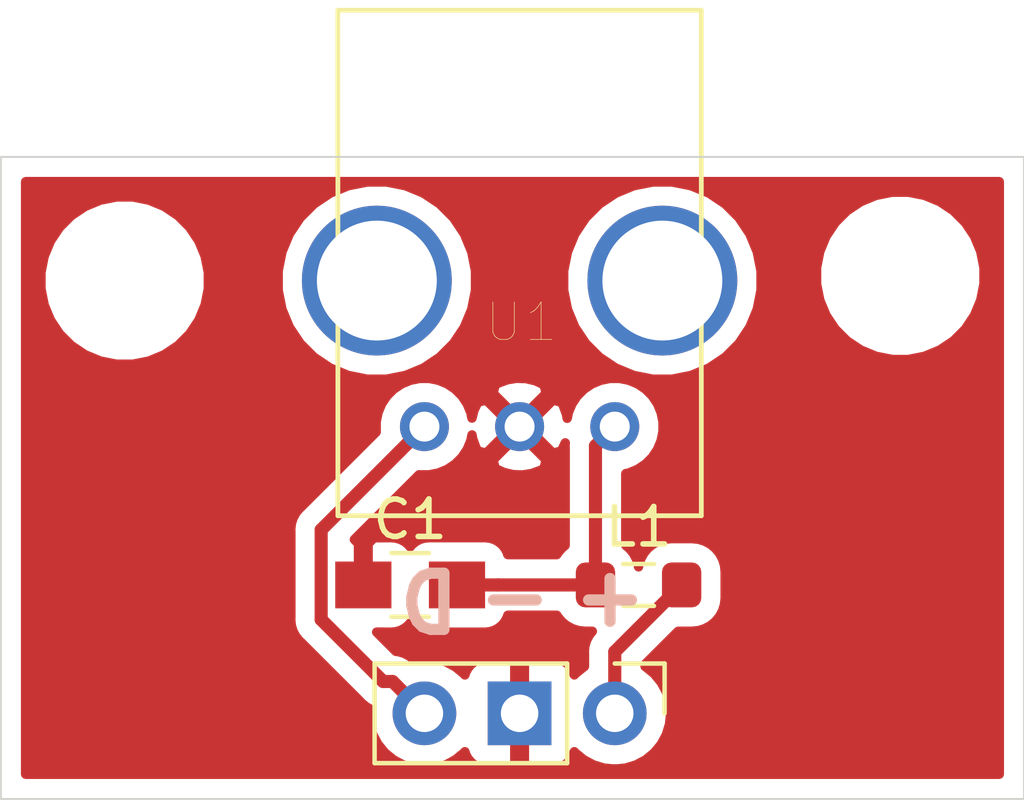
<source format=kicad_pcb>
(kicad_pcb (version 20171130) (host pcbnew "(5.1.4)-1")

  (general
    (thickness 1.6)
    (drawings 7)
    (tracks 12)
    (zones 0)
    (modules 6)
    (nets 5)
  )

  (page A4)
  (layers
    (0 F.Cu signal)
    (31 B.Cu signal)
    (32 B.Adhes user)
    (33 F.Adhes user)
    (34 B.Paste user)
    (35 F.Paste user)
    (36 B.SilkS user)
    (37 F.SilkS user)
    (38 B.Mask user)
    (39 F.Mask user)
    (40 Dwgs.User user)
    (41 Cmts.User user)
    (42 Eco1.User user)
    (43 Eco2.User user)
    (44 Edge.Cuts user)
    (45 Margin user)
    (46 B.CrtYd user)
    (47 F.CrtYd user)
    (48 B.Fab user)
    (49 F.Fab user hide)
  )

  (setup
    (last_trace_width 0.35)
    (trace_clearance 0.2)
    (zone_clearance 0.508)
    (zone_45_only no)
    (trace_min 0.2)
    (via_size 0.8)
    (via_drill 0.4)
    (via_min_size 0.4)
    (via_min_drill 0.3)
    (uvia_size 0.3)
    (uvia_drill 0.1)
    (uvias_allowed no)
    (uvia_min_size 0.2)
    (uvia_min_drill 0.1)
    (edge_width 0.05)
    (segment_width 0.2)
    (pcb_text_width 0.3)
    (pcb_text_size 1.5 1.5)
    (mod_edge_width 0.12)
    (mod_text_size 1 1)
    (mod_text_width 0.15)
    (pad_size 1.7 1.7)
    (pad_drill 1)
    (pad_to_mask_clearance 0.051)
    (solder_mask_min_width 0.25)
    (aux_axis_origin 0 0)
    (visible_elements 7FFFFFFF)
    (pcbplotparams
      (layerselection 0x010fc_ffffffff)
      (usegerberextensions false)
      (usegerberattributes false)
      (usegerberadvancedattributes false)
      (creategerberjobfile false)
      (excludeedgelayer true)
      (linewidth 0.100000)
      (plotframeref false)
      (viasonmask false)
      (mode 1)
      (useauxorigin false)
      (hpglpennumber 1)
      (hpglpenspeed 20)
      (hpglpendiameter 15.000000)
      (psnegative false)
      (psa4output false)
      (plotreference true)
      (plotvalue true)
      (plotinvisibletext false)
      (padsonsilk false)
      (subtractmaskfromsilk false)
      (outputformat 1)
      (mirror false)
      (drillshape 1)
      (scaleselection 1)
      (outputdirectory ""))
  )

  (net 0 "")
  (net 1 GND)
  (net 2 "Net-(C1-Pad2)")
  (net 3 +3V3)
  (net 4 data)

  (net_class Default "This is the default net class."
    (clearance 0.2)
    (trace_width 0.35)
    (via_dia 0.8)
    (via_drill 0.4)
    (uvia_dia 0.3)
    (uvia_drill 0.1)
    (add_net +3V3)
    (add_net GND)
    (add_net "Net-(C1-Pad2)")
    (add_net data)
  )

  (module INA1650IPWR:L_0805_2012Metric_Pad1.05x1.20mm_HandSolder (layer F.Cu) (tedit 5F68FEF0) (tstamp 5FC92BAC)
    (at 125.603 93.98)
    (descr "Inductor SMD 0805 (2012 Metric), square (rectangular) end terminal, IPC_7351 nominal with elongated pad for handsoldering. (Body size source: IPC-SM-782 page 80, https://www.pcb-3d.com/wordpress/wp-content/uploads/ipc-sm-782a_amendment_1_and_2.pdf), generated with kicad-footprint-generator")
    (tags "inductor handsolder")
    (path /5FA03C0A)
    (attr smd)
    (fp_text reference L1 (at 0 -1.55) (layer F.SilkS)
      (effects (font (size 1 1) (thickness 0.15)))
    )
    (fp_text value 47uH (at 0 1.55) (layer F.Fab)
      (effects (font (size 1 1) (thickness 0.15)))
    )
    (fp_text user %R (at 0 0) (layer F.Fab)
      (effects (font (size 0.5 0.5) (thickness 0.08)))
    )
    (fp_line (start 1.92 0.85) (end -1.92 0.85) (layer F.CrtYd) (width 0.05))
    (fp_line (start 1.92 -0.85) (end 1.92 0.85) (layer F.CrtYd) (width 0.05))
    (fp_line (start -1.92 -0.85) (end 1.92 -0.85) (layer F.CrtYd) (width 0.05))
    (fp_line (start -1.92 0.85) (end -1.92 -0.85) (layer F.CrtYd) (width 0.05))
    (fp_line (start -0.410242 0.56) (end 0.410242 0.56) (layer F.SilkS) (width 0.12))
    (fp_line (start -0.410242 -0.56) (end 0.410242 -0.56) (layer F.SilkS) (width 0.12))
    (fp_line (start 1 0.45) (end -1 0.45) (layer F.Fab) (width 0.1))
    (fp_line (start 1 -0.45) (end 1 0.45) (layer F.Fab) (width 0.1))
    (fp_line (start -1 -0.45) (end 1 -0.45) (layer F.Fab) (width 0.1))
    (fp_line (start -1 0.45) (end -1 -0.45) (layer F.Fab) (width 0.1))
    (pad 2 smd roundrect (at 1.15 0) (size 1.05 1.2) (layers F.Cu F.Paste F.Mask) (roundrect_rratio 0.238095)
      (net 3 +3V3))
    (pad 1 smd roundrect (at -1.15 0) (size 1.05 1.2) (layers F.Cu F.Paste F.Mask) (roundrect_rratio 0.238095)
      (net 2 "Net-(C1-Pad2)"))
    (model ${KISYS3DMOD}/Inductor_SMD.3dshapes/L_0805_2012Metric.wrl
      (at (xyz 0 0 0))
      (scale (xyz 1 1 1))
      (rotate (xyz 0 0 0))
    )
  )

  (module INA1650IPWR:PLR135-T10_PLT133-T10W (layer F.Cu) (tedit 5FC927CC) (tstamp 5FA02988)
    (at 122.428 87.122)
    (path /5FA025FE)
    (fp_text reference U1 (at 0.0495 -0.1605) (layer F.SilkS)
      (effects (font (size 1.001236 1.001236) (thickness 0.015)))
    )
    (fp_text value PLR135-T10 (at 8.9712 6.365845) (layer F.Fab)
      (effects (font (size 1.000134 1.000134) (thickness 0.015)))
    )
    (fp_line (start -5.1 5.2) (end -5.1 -8.7) (layer F.CrtYd) (width 0.127))
    (fp_line (start 5.1 5.2) (end -5.1 5.2) (layer F.CrtYd) (width 0.127))
    (fp_line (start 5.1 -8.7) (end 5.1 5.2) (layer F.CrtYd) (width 0.127))
    (fp_line (start -5.1 -8.7) (end 5.1 -8.7) (layer F.CrtYd) (width 0.127))
    (fp_line (start 4.85 5.01) (end -4.85 5.01) (layer F.SilkS) (width 0.127))
    (fp_line (start -4.85 -8.49) (end -4.85 5.01) (layer F.SilkS) (width 0.127))
    (fp_line (start 4.85 -8.49) (end 4.85 5.01) (layer F.SilkS) (width 0.127))
    (fp_line (start 4.85 -8.49) (end -4.85 -8.49) (layer F.SilkS) (width 0.127))
    (pad NC1 thru_hole circle (at 3.81 -1.27) (size 4 4) (drill 3.2) (layers *.Cu *.Mask))
    (pad NC2 thru_hole circle (at -3.81 -1.27) (size 4 4) (drill 3.2) (layers *.Cu *.Mask))
    (pad 3 thru_hole circle (at -2.54 2.63) (size 1.308 1.308) (drill 0.8) (layers *.Cu *.Mask)
      (net 4 data))
    (pad 2 thru_hole circle (at 0 2.63) (size 1.308 1.308) (drill 0.8) (layers *.Cu *.Mask)
      (net 1 GND))
    (pad 1 thru_hole circle (at 2.54 2.63) (size 1.308 1.308) (drill 0.8) (layers *.Cu *.Mask)
      (net 2 "Net-(C1-Pad2)"))
  )

  (module Mounting_Holes:MountingHole_3.2mm_M3_DIN965 (layer F.Cu) (tedit 56D1B4CB) (tstamp 5FA02DC3)
    (at 132.588 85.725)
    (descr "Mounting Hole 3.2mm, no annular, M3, DIN965")
    (tags "mounting hole 3.2mm no annular m3 din965")
    (attr virtual)
    (fp_text reference REF** (at 0 -3.8) (layer F.SilkS) hide
      (effects (font (size 1 1) (thickness 0.15)))
    )
    (fp_text value MountingHole_3.2mm_M3_DIN965 (at 0 3.8) (layer F.Fab)
      (effects (font (size 1 1) (thickness 0.15)))
    )
    (fp_text user %R (at 0.3 0) (layer F.Fab)
      (effects (font (size 1 1) (thickness 0.15)))
    )
    (fp_circle (center 0 0) (end 2.8 0) (layer Cmts.User) (width 0.15))
    (fp_circle (center 0 0) (end 3.05 0) (layer F.CrtYd) (width 0.05))
    (pad 1 np_thru_hole circle (at 0 0) (size 3.2 3.2) (drill 3.2) (layers *.Cu *.Mask))
  )

  (module Mounting_Holes:MountingHole_3.2mm_M3_DIN965 (layer F.Cu) (tedit 56D1B4CB) (tstamp 5FA02DBA)
    (at 111.887 85.852)
    (descr "Mounting Hole 3.2mm, no annular, M3, DIN965")
    (tags "mounting hole 3.2mm no annular m3 din965")
    (attr virtual)
    (fp_text reference REF** (at 0 -3.8) (layer F.SilkS) hide
      (effects (font (size 1 1) (thickness 0.15)))
    )
    (fp_text value MountingHole_3.2mm_M3_DIN965 (at 0 3.8) (layer F.Fab)
      (effects (font (size 1 1) (thickness 0.15)))
    )
    (fp_text user %R (at 0.3 0) (layer F.Fab)
      (effects (font (size 1 1) (thickness 0.15)))
    )
    (fp_circle (center 0 0) (end 2.8 0) (layer Cmts.User) (width 0.15))
    (fp_circle (center 0 0) (end 3.05 0) (layer F.CrtYd) (width 0.05))
    (pad 1 np_thru_hole circle (at 0 0) (size 3.2 3.2) (drill 3.2) (layers *.Cu *.Mask))
  )

  (module Pin_Headers:Pin_Header_Straight_1x03_Pitch2.54mm (layer F.Cu) (tedit 5FA045B8) (tstamp 5FA02CE1)
    (at 124.968 97.409 270)
    (descr "Through hole straight pin header, 1x03, 2.54mm pitch, single row")
    (tags "Through hole pin header THT 1x03 2.54mm single row")
    (path /5FA0728B)
    (fp_text reference J1 (at 0 -2.33 90) (layer F.SilkS) hide
      (effects (font (size 1 1) (thickness 0.15)))
    )
    (fp_text value Conn_01x03_Male (at 0 7.41 90) (layer F.Fab)
      (effects (font (size 1 1) (thickness 0.15)))
    )
    (fp_line (start -0.635 -1.27) (end 1.27 -1.27) (layer F.Fab) (width 0.1))
    (fp_line (start 1.27 -1.27) (end 1.27 6.35) (layer F.Fab) (width 0.1))
    (fp_line (start 1.27 6.35) (end -1.27 6.35) (layer F.Fab) (width 0.1))
    (fp_line (start -1.27 6.35) (end -1.27 -0.635) (layer F.Fab) (width 0.1))
    (fp_line (start -1.27 -0.635) (end -0.635 -1.27) (layer F.Fab) (width 0.1))
    (fp_line (start -1.33 6.41) (end 1.33 6.41) (layer F.SilkS) (width 0.12))
    (fp_line (start -1.33 1.27) (end -1.33 6.41) (layer F.SilkS) (width 0.12))
    (fp_line (start 1.33 1.27) (end 1.33 6.41) (layer F.SilkS) (width 0.12))
    (fp_line (start -1.33 1.27) (end 1.33 1.27) (layer F.SilkS) (width 0.12))
    (fp_line (start -1.33 0) (end -1.33 -1.33) (layer F.SilkS) (width 0.12))
    (fp_line (start -1.33 -1.33) (end 0 -1.33) (layer F.SilkS) (width 0.12))
    (fp_line (start -1.8 -1.8) (end -1.8 6.85) (layer F.CrtYd) (width 0.05))
    (fp_line (start -1.8 6.85) (end 1.8 6.85) (layer F.CrtYd) (width 0.05))
    (fp_line (start 1.8 6.85) (end 1.8 -1.8) (layer F.CrtYd) (width 0.05))
    (fp_line (start 1.8 -1.8) (end -1.8 -1.8) (layer F.CrtYd) (width 0.05))
    (fp_text user %R (at 0 2.54) (layer F.Fab)
      (effects (font (size 1 1) (thickness 0.15)))
    )
    (pad 1 thru_hole oval (at 0 0 270) (size 1.7 1.7) (drill 1) (layers *.Cu *.Mask)
      (net 3 +3V3))
    (pad 2 thru_hole rect (at 0 2.54 270) (size 1.7 1.7) (drill 1) (layers *.Cu *.Mask)
      (net 1 GND))
    (pad 3 thru_hole oval (at 0 5.08 270) (size 1.7 1.7) (drill 1) (layers *.Cu *.Mask)
      (net 4 data))
    (model ${KISYS3DMOD}/Pin_Headers.3dshapes/Pin_Header_Straight_1x03_Pitch2.54mm.wrl
      (at (xyz 0 0 0))
      (scale (xyz 1 1 1))
      (rotate (xyz 0 0 0))
    )
  )

  (module Capacitors_SMD:C_0805_HandSoldering (layer F.Cu) (tedit 58AA84A8) (tstamp 5FA02974)
    (at 119.507 93.98)
    (descr "Capacitor SMD 0805, hand soldering")
    (tags "capacitor 0805")
    (path /5FA02CDD)
    (attr smd)
    (fp_text reference C1 (at 0 -1.75) (layer F.SilkS)
      (effects (font (size 1 1) (thickness 0.15)))
    )
    (fp_text value 0.1uF (at 0 1.75) (layer F.Fab)
      (effects (font (size 1 1) (thickness 0.15)))
    )
    (fp_text user %R (at 0 -1.75) (layer F.Fab)
      (effects (font (size 1 1) (thickness 0.15)))
    )
    (fp_line (start -1 0.62) (end -1 -0.62) (layer F.Fab) (width 0.1))
    (fp_line (start 1 0.62) (end -1 0.62) (layer F.Fab) (width 0.1))
    (fp_line (start 1 -0.62) (end 1 0.62) (layer F.Fab) (width 0.1))
    (fp_line (start -1 -0.62) (end 1 -0.62) (layer F.Fab) (width 0.1))
    (fp_line (start 0.5 -0.85) (end -0.5 -0.85) (layer F.SilkS) (width 0.12))
    (fp_line (start -0.5 0.85) (end 0.5 0.85) (layer F.SilkS) (width 0.12))
    (fp_line (start -2.25 -0.88) (end 2.25 -0.88) (layer F.CrtYd) (width 0.05))
    (fp_line (start -2.25 -0.88) (end -2.25 0.87) (layer F.CrtYd) (width 0.05))
    (fp_line (start 2.25 0.87) (end 2.25 -0.88) (layer F.CrtYd) (width 0.05))
    (fp_line (start 2.25 0.87) (end -2.25 0.87) (layer F.CrtYd) (width 0.05))
    (pad 1 smd rect (at -1.25 0) (size 1.5 1.25) (layers F.Cu F.Paste F.Mask)
      (net 1 GND))
    (pad 2 smd rect (at 1.25 0) (size 1.5 1.25) (layers F.Cu F.Paste F.Mask)
      (net 2 "Net-(C1-Pad2)"))
    (model Capacitors_SMD.3dshapes/C_0805.wrl
      (at (xyz 0 0 0))
      (scale (xyz 1 1 1))
      (rotate (xyz 0 0 0))
    )
  )

  (gr_text + (at 124.841 94.488 180) (layer B.SilkS)
    (effects (font (size 1.5 1.5) (thickness 0.3)) (justify mirror))
  )
  (gr_text - (at 122.301 94.488 180) (layer B.SilkS)
    (effects (font (size 1.5 1.5) (thickness 0.3)) (justify mirror))
  )
  (gr_text "D\n" (at 120.015 94.488) (layer B.SilkS)
    (effects (font (size 1.5 1.5) (thickness 0.3)) (justify mirror))
  )
  (gr_line (start 108.585 99.695) (end 108.585 82.55) (layer Edge.Cuts) (width 0.05) (tstamp 5FA044ED))
  (gr_line (start 135.89 99.695) (end 108.585 99.695) (layer Edge.Cuts) (width 0.05))
  (gr_line (start 135.89 82.55) (end 135.89 99.695) (layer Edge.Cuts) (width 0.05))
  (gr_line (start 108.585 82.55) (end 135.89 82.55) (layer Edge.Cuts) (width 0.05))

  (segment (start 121.857 93.98) (end 124.453 93.98) (width 0.35) (layer F.Cu) (net 2))
  (segment (start 120.757 93.98) (end 121.857 93.98) (width 0.35) (layer F.Cu) (net 2))
  (segment (start 124.453 90.267) (end 124.968 89.752) (width 0.35) (layer F.Cu) (net 2))
  (segment (start 124.453 93.98) (end 124.453 90.267) (width 0.35) (layer F.Cu) (net 2))
  (segment (start 124.968 95.765) (end 126.753 93.98) (width 0.35) (layer F.Cu) (net 3))
  (segment (start 124.968 97.409) (end 124.968 95.765) (width 0.35) (layer F.Cu) (net 3))
  (segment (start 119.234001 90.405999) (end 119.888 89.752) (width 0.35) (layer F.Cu) (net 4))
  (segment (start 117.131999 92.508001) (end 119.234001 90.405999) (width 0.35) (layer F.Cu) (net 4))
  (segment (start 117.131999 94.905001) (end 117.131999 92.508001) (width 0.35) (layer F.Cu) (net 4))
  (segment (start 118.785999 96.559001) (end 117.131999 94.905001) (width 0.35) (layer F.Cu) (net 4))
  (segment (start 119.038001 96.559001) (end 118.785999 96.559001) (width 0.35) (layer F.Cu) (net 4))
  (segment (start 119.888 97.409) (end 119.038001 96.559001) (width 0.35) (layer F.Cu) (net 4))

  (zone (net 1) (net_name GND) (layer F.Cu) (tstamp 0) (hatch edge 0.508)
    (connect_pads (clearance 0.508))
    (min_thickness 0.254)
    (fill yes (arc_segments 32) (thermal_gap 0.508) (thermal_bridge_width 0.508))
    (polygon
      (pts
        (xy 108.585 82.55) (xy 135.89 82.55) (xy 135.89 99.695) (xy 108.585 99.695)
      )
    )
    (filled_polygon
      (pts
        (xy 135.230001 99.035) (xy 109.245 99.035) (xy 109.245 92.508001) (xy 116.31808 92.508001) (xy 116.322 92.547799)
        (xy 116.321999 94.865213) (xy 116.31808 94.905001) (xy 116.321999 94.944789) (xy 116.321999 94.944791) (xy 116.333719 95.063788)
        (xy 116.380036 95.216473) (xy 116.415048 95.281976) (xy 116.45525 95.35719) (xy 116.486702 95.395514) (xy 116.556471 95.480529)
        (xy 116.587386 95.5059) (xy 118.185104 97.103619) (xy 118.210471 97.134529) (xy 118.278209 97.19012) (xy 118.333809 97.23575)
        (xy 118.408924 97.275899) (xy 118.395815 97.409) (xy 118.424487 97.700111) (xy 118.509401 97.980034) (xy 118.647294 98.238014)
        (xy 118.832866 98.464134) (xy 119.058986 98.649706) (xy 119.316966 98.787599) (xy 119.596889 98.872513) (xy 119.81505 98.894)
        (xy 119.96095 98.894) (xy 120.179111 98.872513) (xy 120.459034 98.787599) (xy 120.717014 98.649706) (xy 120.943134 98.464134)
        (xy 120.967607 98.434313) (xy 120.988498 98.50318) (xy 121.047463 98.613494) (xy 121.126815 98.710185) (xy 121.223506 98.789537)
        (xy 121.33382 98.848502) (xy 121.453518 98.884812) (xy 121.578 98.897072) (xy 122.14225 98.894) (xy 122.301 98.73525)
        (xy 122.301 97.536) (xy 122.281 97.536) (xy 122.281 97.282) (xy 122.301 97.282) (xy 122.301 96.08275)
        (xy 122.14225 95.924) (xy 121.578 95.920928) (xy 121.453518 95.933188) (xy 121.33382 95.969498) (xy 121.223506 96.028463)
        (xy 121.126815 96.107815) (xy 121.047463 96.204506) (xy 120.988498 96.31482) (xy 120.967607 96.383687) (xy 120.943134 96.353866)
        (xy 120.717014 96.168294) (xy 120.459034 96.030401) (xy 120.179111 95.945487) (xy 119.96095 95.924) (xy 119.81505 95.924)
        (xy 119.596889 95.945487) (xy 119.575243 95.952053) (xy 119.49019 95.882252) (xy 119.349474 95.807038) (xy 119.196789 95.760721)
        (xy 119.126288 95.753777) (xy 118.612975 95.240465) (xy 119.007 95.243072) (xy 119.131482 95.230812) (xy 119.25118 95.194502)
        (xy 119.361494 95.135537) (xy 119.458185 95.056185) (xy 119.507 94.996704) (xy 119.555815 95.056185) (xy 119.652506 95.135537)
        (xy 119.76282 95.194502) (xy 119.882518 95.230812) (xy 120.007 95.243072) (xy 121.507 95.243072) (xy 121.631482 95.230812)
        (xy 121.75118 95.194502) (xy 121.861494 95.135537) (xy 121.958185 95.056185) (xy 122.037537 94.959494) (xy 122.096502 94.84918)
        (xy 122.114454 94.79) (xy 123.421749 94.79) (xy 123.439595 94.823387) (xy 123.550038 94.957962) (xy 123.684613 95.068405)
        (xy 123.838149 95.150472) (xy 124.004745 95.201008) (xy 124.177999 95.218072) (xy 124.369002 95.218072) (xy 124.351006 95.24)
        (xy 124.291251 95.312811) (xy 124.216038 95.453527) (xy 124.169721 95.606213) (xy 124.154081 95.765) (xy 124.158001 95.804798)
        (xy 124.158001 96.15813) (xy 124.138986 96.168294) (xy 123.912866 96.353866) (xy 123.888393 96.383687) (xy 123.867502 96.31482)
        (xy 123.808537 96.204506) (xy 123.729185 96.107815) (xy 123.632494 96.028463) (xy 123.52218 95.969498) (xy 123.402482 95.933188)
        (xy 123.278 95.920928) (xy 122.71375 95.924) (xy 122.555 96.08275) (xy 122.555 97.282) (xy 122.575 97.282)
        (xy 122.575 97.536) (xy 122.555 97.536) (xy 122.555 98.73525) (xy 122.71375 98.894) (xy 123.278 98.897072)
        (xy 123.402482 98.884812) (xy 123.52218 98.848502) (xy 123.632494 98.789537) (xy 123.729185 98.710185) (xy 123.808537 98.613494)
        (xy 123.867502 98.50318) (xy 123.888393 98.434313) (xy 123.912866 98.464134) (xy 124.138986 98.649706) (xy 124.396966 98.787599)
        (xy 124.676889 98.872513) (xy 124.89505 98.894) (xy 125.04095 98.894) (xy 125.259111 98.872513) (xy 125.539034 98.787599)
        (xy 125.797014 98.649706) (xy 126.023134 98.464134) (xy 126.208706 98.238014) (xy 126.346599 97.980034) (xy 126.431513 97.700111)
        (xy 126.460185 97.409) (xy 126.431513 97.117889) (xy 126.346599 96.837966) (xy 126.208706 96.579986) (xy 126.023134 96.353866)
        (xy 125.797014 96.168294) (xy 125.778 96.158131) (xy 125.778 96.100512) (xy 126.660441 95.218072) (xy 127.028001 95.218072)
        (xy 127.201255 95.201008) (xy 127.367851 95.150472) (xy 127.521387 95.068405) (xy 127.655962 94.957962) (xy 127.766405 94.823387)
        (xy 127.848472 94.669851) (xy 127.899008 94.503255) (xy 127.916072 94.330001) (xy 127.916072 93.629999) (xy 127.899008 93.456745)
        (xy 127.848472 93.290149) (xy 127.766405 93.136613) (xy 127.655962 93.002038) (xy 127.521387 92.891595) (xy 127.367851 92.809528)
        (xy 127.201255 92.758992) (xy 127.028001 92.741928) (xy 126.477999 92.741928) (xy 126.304745 92.758992) (xy 126.138149 92.809528)
        (xy 125.984613 92.891595) (xy 125.850038 93.002038) (xy 125.739595 93.136613) (xy 125.657528 93.290149) (xy 125.606992 93.456745)
        (xy 125.603 93.497277) (xy 125.599008 93.456745) (xy 125.548472 93.290149) (xy 125.466405 93.136613) (xy 125.355962 93.002038)
        (xy 125.263 92.925746) (xy 125.263 91.007574) (xy 125.343987 90.991465) (xy 125.57857 90.894297) (xy 125.78969 90.753232)
        (xy 125.969232 90.57369) (xy 126.110297 90.36257) (xy 126.207465 90.127987) (xy 126.257 89.878955) (xy 126.257 89.625045)
        (xy 126.207465 89.376013) (xy 126.110297 89.14143) (xy 125.969232 88.93031) (xy 125.78969 88.750768) (xy 125.57857 88.609703)
        (xy 125.343987 88.512535) (xy 125.094955 88.463) (xy 124.841045 88.463) (xy 124.592013 88.512535) (xy 124.35743 88.609703)
        (xy 124.14631 88.750768) (xy 123.966768 88.93031) (xy 123.825703 89.14143) (xy 123.728535 89.376013) (xy 123.697906 89.529999)
        (xy 123.681259 89.424921) (xy 123.593368 89.186707) (xy 123.545468 89.097093) (xy 123.316387 89.043218) (xy 122.607605 89.752)
        (xy 123.316387 90.460782) (xy 123.545468 90.406907) (xy 123.646994 90.186661) (xy 123.639081 90.267) (xy 123.643001 90.306798)
        (xy 123.643 92.925746) (xy 123.550038 93.002038) (xy 123.439595 93.136613) (xy 123.421749 93.17) (xy 122.114454 93.17)
        (xy 122.096502 93.11082) (xy 122.037537 93.000506) (xy 121.958185 92.903815) (xy 121.861494 92.824463) (xy 121.75118 92.765498)
        (xy 121.631482 92.729188) (xy 121.507 92.716928) (xy 120.007 92.716928) (xy 119.882518 92.729188) (xy 119.76282 92.765498)
        (xy 119.652506 92.824463) (xy 119.555815 92.903815) (xy 119.507 92.963296) (xy 119.458185 92.903815) (xy 119.361494 92.824463)
        (xy 119.25118 92.765498) (xy 119.131482 92.729188) (xy 119.007 92.716928) (xy 118.54275 92.72) (xy 118.384 92.87875)
        (xy 118.384 93.853) (xy 118.404 93.853) (xy 118.404 94.107) (xy 118.384 94.107) (xy 118.384 94.127)
        (xy 118.13 94.127) (xy 118.13 94.107) (xy 118.11 94.107) (xy 118.11 93.853) (xy 118.13 93.853)
        (xy 118.13 92.87875) (xy 118.018381 92.767131) (xy 119.747256 91.038257) (xy 119.761045 91.041) (xy 120.014955 91.041)
        (xy 120.263987 90.991465) (xy 120.49857 90.894297) (xy 120.70969 90.753232) (xy 120.822535 90.640387) (xy 121.719218 90.640387)
        (xy 121.773093 90.869468) (xy 122.003684 90.975763) (xy 122.250581 91.035028) (xy 122.504296 91.044988) (xy 122.755079 91.005259)
        (xy 122.993293 90.917368) (xy 123.082907 90.869468) (xy 123.136782 90.640387) (xy 122.428 89.931605) (xy 121.719218 90.640387)
        (xy 120.822535 90.640387) (xy 120.889232 90.57369) (xy 121.030297 90.36257) (xy 121.127465 90.127987) (xy 121.158094 89.974001)
        (xy 121.174741 90.079079) (xy 121.262632 90.317293) (xy 121.310532 90.406907) (xy 121.539613 90.460782) (xy 122.248395 89.752)
        (xy 121.539613 89.043218) (xy 121.310532 89.097093) (xy 121.204237 89.327684) (xy 121.156997 89.524484) (xy 121.127465 89.376013)
        (xy 121.030297 89.14143) (xy 120.889232 88.93031) (xy 120.822535 88.863613) (xy 121.719218 88.863613) (xy 122.428 89.572395)
        (xy 123.136782 88.863613) (xy 123.082907 88.634532) (xy 122.852316 88.528237) (xy 122.605419 88.468972) (xy 122.351704 88.459012)
        (xy 122.100921 88.498741) (xy 121.862707 88.586632) (xy 121.773093 88.634532) (xy 121.719218 88.863613) (xy 120.822535 88.863613)
        (xy 120.70969 88.750768) (xy 120.49857 88.609703) (xy 120.263987 88.512535) (xy 120.014955 88.463) (xy 119.761045 88.463)
        (xy 119.512013 88.512535) (xy 119.27743 88.609703) (xy 119.06631 88.750768) (xy 118.886768 88.93031) (xy 118.745703 89.14143)
        (xy 118.648535 89.376013) (xy 118.599 89.625045) (xy 118.599 89.878955) (xy 118.601743 89.892744) (xy 116.587382 91.907106)
        (xy 116.556472 91.932473) (xy 116.531107 91.963381) (xy 116.45525 92.055812) (xy 116.380037 92.196528) (xy 116.33372 92.349214)
        (xy 116.31808 92.508001) (xy 109.245 92.508001) (xy 109.245 85.631872) (xy 109.652 85.631872) (xy 109.652 86.072128)
        (xy 109.73789 86.503925) (xy 109.906369 86.910669) (xy 110.150962 87.276729) (xy 110.462271 87.588038) (xy 110.828331 87.832631)
        (xy 111.235075 88.00111) (xy 111.666872 88.087) (xy 112.107128 88.087) (xy 112.538925 88.00111) (xy 112.945669 87.832631)
        (xy 113.311729 87.588038) (xy 113.623038 87.276729) (xy 113.867631 86.910669) (xy 114.03611 86.503925) (xy 114.122 86.072128)
        (xy 114.122 85.631872) (xy 114.114164 85.592475) (xy 115.983 85.592475) (xy 115.983 86.111525) (xy 116.084261 86.620601)
        (xy 116.282893 87.100141) (xy 116.571262 87.531715) (xy 116.938285 87.898738) (xy 117.369859 88.187107) (xy 117.849399 88.385739)
        (xy 118.358475 88.487) (xy 118.877525 88.487) (xy 119.386601 88.385739) (xy 119.866141 88.187107) (xy 120.297715 87.898738)
        (xy 120.664738 87.531715) (xy 120.953107 87.100141) (xy 121.151739 86.620601) (xy 121.253 86.111525) (xy 121.253 85.592475)
        (xy 123.603 85.592475) (xy 123.603 86.111525) (xy 123.704261 86.620601) (xy 123.902893 87.100141) (xy 124.191262 87.531715)
        (xy 124.558285 87.898738) (xy 124.989859 88.187107) (xy 125.469399 88.385739) (xy 125.978475 88.487) (xy 126.497525 88.487)
        (xy 127.006601 88.385739) (xy 127.486141 88.187107) (xy 127.917715 87.898738) (xy 128.284738 87.531715) (xy 128.573107 87.100141)
        (xy 128.771739 86.620601) (xy 128.873 86.111525) (xy 128.873 85.592475) (xy 128.855575 85.504872) (xy 130.353 85.504872)
        (xy 130.353 85.945128) (xy 130.43889 86.376925) (xy 130.607369 86.783669) (xy 130.851962 87.149729) (xy 131.163271 87.461038)
        (xy 131.529331 87.705631) (xy 131.936075 87.87411) (xy 132.367872 87.96) (xy 132.808128 87.96) (xy 133.239925 87.87411)
        (xy 133.646669 87.705631) (xy 134.012729 87.461038) (xy 134.324038 87.149729) (xy 134.568631 86.783669) (xy 134.73711 86.376925)
        (xy 134.823 85.945128) (xy 134.823 85.504872) (xy 134.73711 85.073075) (xy 134.568631 84.666331) (xy 134.324038 84.300271)
        (xy 134.012729 83.988962) (xy 133.646669 83.744369) (xy 133.239925 83.57589) (xy 132.808128 83.49) (xy 132.367872 83.49)
        (xy 131.936075 83.57589) (xy 131.529331 83.744369) (xy 131.163271 83.988962) (xy 130.851962 84.300271) (xy 130.607369 84.666331)
        (xy 130.43889 85.073075) (xy 130.353 85.504872) (xy 128.855575 85.504872) (xy 128.771739 85.083399) (xy 128.573107 84.603859)
        (xy 128.284738 84.172285) (xy 127.917715 83.805262) (xy 127.486141 83.516893) (xy 127.006601 83.318261) (xy 126.497525 83.217)
        (xy 125.978475 83.217) (xy 125.469399 83.318261) (xy 124.989859 83.516893) (xy 124.558285 83.805262) (xy 124.191262 84.172285)
        (xy 123.902893 84.603859) (xy 123.704261 85.083399) (xy 123.603 85.592475) (xy 121.253 85.592475) (xy 121.151739 85.083399)
        (xy 120.953107 84.603859) (xy 120.664738 84.172285) (xy 120.297715 83.805262) (xy 119.866141 83.516893) (xy 119.386601 83.318261)
        (xy 118.877525 83.217) (xy 118.358475 83.217) (xy 117.849399 83.318261) (xy 117.369859 83.516893) (xy 116.938285 83.805262)
        (xy 116.571262 84.172285) (xy 116.282893 84.603859) (xy 116.084261 85.083399) (xy 115.983 85.592475) (xy 114.114164 85.592475)
        (xy 114.03611 85.200075) (xy 113.867631 84.793331) (xy 113.623038 84.427271) (xy 113.311729 84.115962) (xy 112.945669 83.871369)
        (xy 112.538925 83.70289) (xy 112.107128 83.617) (xy 111.666872 83.617) (xy 111.235075 83.70289) (xy 110.828331 83.871369)
        (xy 110.462271 84.115962) (xy 110.150962 84.427271) (xy 109.906369 84.793331) (xy 109.73789 85.200075) (xy 109.652 85.631872)
        (xy 109.245 85.631872) (xy 109.245 83.21) (xy 135.23 83.21)
      )
    )
  )
)

</source>
